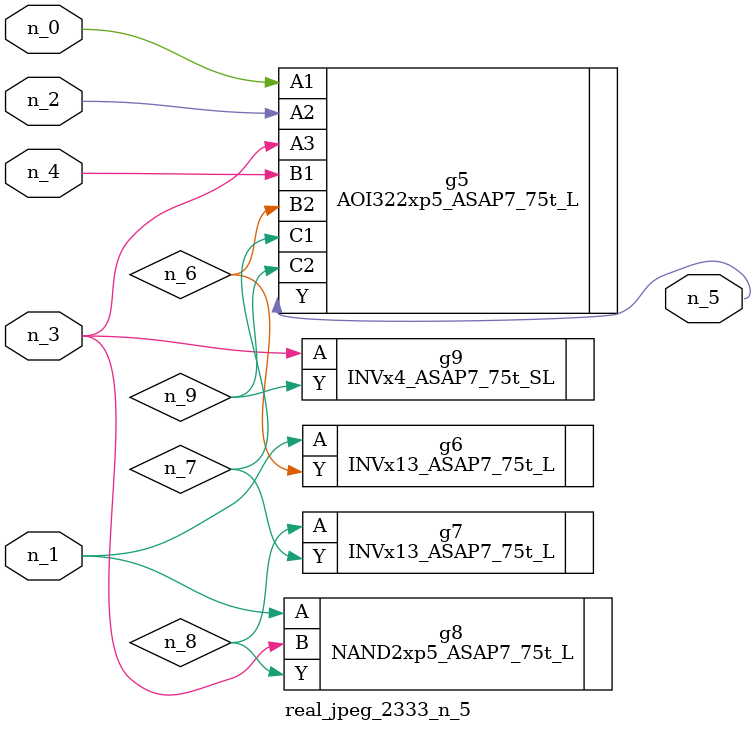
<source format=v>
module real_jpeg_2333_n_5 (n_4, n_0, n_1, n_2, n_3, n_5);

input n_4;
input n_0;
input n_1;
input n_2;
input n_3;

output n_5;

wire n_8;
wire n_6;
wire n_7;
wire n_9;

AOI322xp5_ASAP7_75t_L g5 ( 
.A1(n_0),
.A2(n_2),
.A3(n_3),
.B1(n_4),
.B2(n_6),
.C1(n_7),
.C2(n_9),
.Y(n_5)
);

INVx13_ASAP7_75t_L g6 ( 
.A(n_1),
.Y(n_6)
);

NAND2xp5_ASAP7_75t_L g8 ( 
.A(n_1),
.B(n_3),
.Y(n_8)
);

INVx4_ASAP7_75t_SL g9 ( 
.A(n_3),
.Y(n_9)
);

INVx13_ASAP7_75t_L g7 ( 
.A(n_8),
.Y(n_7)
);


endmodule
</source>
